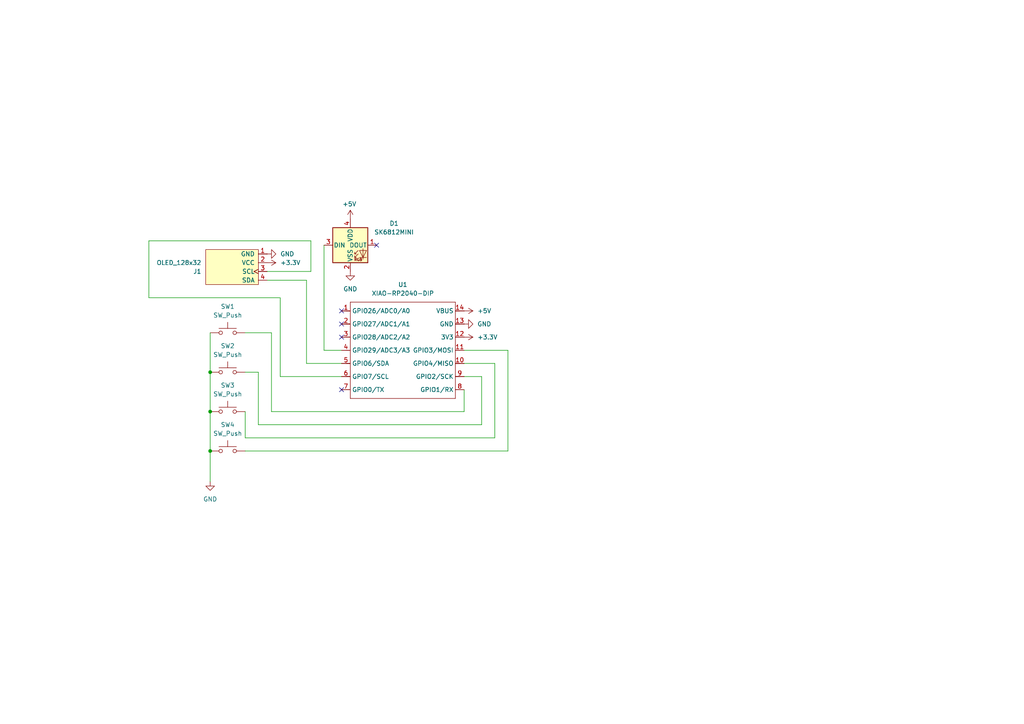
<source format=kicad_sch>
(kicad_sch (version 20231120) (generator "eeschema") (generator_version "8.0")
  (paper "A4")
  (lib_symbols
    (symbol "LED:SK6812MINI" (pin_names (offset 0.254))
      (property "Reference" "D" (at 5.08 5.715 0))
      (property "Value" "SK6812MINI" (at 1.27 -5.715 0))
      (symbol "SK6812MINI_0_0"
        (text "RGB" (at 2.286 -4.191 0) (effects (font (size 0.762 0.762))))
      )
      (symbol "SK6812MINI_0_1"
        (polyline (pts (xy 1.27 -3.556) (xy 1.778 -3.556)))
        (polyline (pts (xy 1.27 -2.54) (xy 1.778 -2.54)))
        (polyline (pts (xy 4.699 -3.556) (xy 2.667 -3.556)))
        (polyline (pts (xy 2.286 -2.54) (xy 1.27 -3.556) (xy 1.27 -3.048)))
        (polyline (pts (xy 2.286 -1.524) (xy 1.27 -2.54) (xy 1.27 -2.032)))
        (polyline (pts (xy 3.683 -1.016) (xy 3.683 -3.556) (xy 3.683 -4.064)))
        (polyline (pts (xy 4.699 -1.524) (xy 2.667 -1.524) (xy 3.683 -3.556) (xy 4.699 -1.524)))
        (rectangle (start 5.08 5.08) (end -5.08 -5.08) (stroke (width 0.254)) (fill (type background)))
      )
      (symbol "SK6812MINI_1_1"
        (pin output line (at 7.62 0 180) (length 2.54) (name "DOUT") (number "1"))
        (pin power_in line (at 0 -7.62 90) (length 2.54) (name "VSS") (number "2"))
        (pin input line (at -7.62 0 0) (length 2.54) (name "DIN") (number "3"))
        (pin power_in line (at 0 7.62 270) (length 2.54) (name "VDD") (number "4"))
      )
    )
    (symbol "OPL:XIAO-RP2040-DIP"
      (property "Reference" "U" (at 0 0 0))
      (property "Value" "XIAO-RP2040-DIP" (at 5.334 -1.778 0))
      (symbol "XIAO-RP2040-DIP_1_0"
        (polyline (pts (xy -1.27 -30.48) (xy -1.27 -16.51)) (stroke (width 0.1524)))
        (polyline (pts (xy -1.27 -27.94) (xy -2.54 -27.94)) (stroke (width 0.1524)))
        (polyline (pts (xy -1.27 -24.13) (xy -2.54 -24.13)) (stroke (width 0.1524)))
        (polyline (pts (xy -1.27 -20.32) (xy -2.54 -20.32)) (stroke (width 0.1524)))
        (polyline (pts (xy -1.27 -16.51) (xy -2.54 -16.51)) (stroke (width 0.1524)))
        (polyline (pts (xy -1.27 -16.51) (xy -1.27 -12.7)) (stroke (width 0.1524)))
        (polyline (pts (xy -1.27 -12.7) (xy -2.54 -12.7)) (stroke (width 0.1524)))
        (polyline (pts (xy -1.27 -12.7) (xy -1.27 -8.89)) (stroke (width 0.1524)))
        (polyline (pts (xy -1.27 -8.89) (xy -2.54 -8.89)) (stroke (width 0.1524)))
        (polyline (pts (xy -1.27 -8.89) (xy -1.27 -5.08)) (stroke (width 0.1524)))
        (polyline (pts (xy -1.27 -5.08) (xy -2.54 -5.08)) (stroke (width 0.1524)))
        (polyline (pts (xy -1.27 -5.08) (xy -1.27 -2.54)) (stroke (width 0.1524)))
        (polyline (pts (xy -1.27 -2.54) (xy 29.21 -2.54)) (stroke (width 0.1524)))
        (polyline (pts (xy 29.21 -30.48) (xy -1.27 -30.48)) (stroke (width 0.1524)))
        (polyline (pts (xy 29.21 -12.7) (xy 29.21 -30.48)) (stroke (width 0.1524)))
        (polyline (pts (xy 29.21 -8.89) (xy 29.21 -12.7)) (stroke (width 0.1524)))
        (polyline (pts (xy 29.21 -5.08) (xy 29.21 -8.89)) (stroke (width 0.1524)))
        (polyline (pts (xy 29.21 -2.54) (xy 29.21 -5.08)) (stroke (width 0.1524)))
        (polyline (pts (xy 30.48 -27.94) (xy 29.21 -27.94)) (stroke (width 0.1524)))
        (polyline (pts (xy 30.48 -24.13) (xy 29.21 -24.13)) (stroke (width 0.1524)))
        (polyline (pts (xy 30.48 -20.32) (xy 29.21 -20.32)) (stroke (width 0.1524)))
        (polyline (pts (xy 30.48 -16.51) (xy 29.21 -16.51)) (stroke (width 0.1524)))
        (polyline (pts (xy 30.48 -12.7) (xy 29.21 -12.7)) (stroke (width 0.1524)))
        (polyline (pts (xy 30.48 -8.89) (xy 29.21 -8.89)) (stroke (width 0.1524)))
        (polyline (pts (xy 30.48 -5.08) (xy 29.21 -5.08)) (stroke (width 0.1524)))
        (pin passive line (at -3.81 -5.08 0) (length 2.54) (name "GPIO26/ADC0/A0") (number "1"))
        (pin passive line (at 31.75 -20.32 180) (length 2.54) (name "GPIO4/MISO") (number "10"))
        (pin passive line (at 31.75 -16.51 180) (length 2.54) (name "GPIO3/MOSI") (number "11"))
        (pin passive line (at 31.75 -12.7 180) (length 2.54) (name "3V3") (number "12"))
        (pin passive line (at 31.75 -8.89 180) (length 2.54) (name "GND") (number "13"))
        (pin passive line (at 31.75 -5.08 180) (length 2.54) (name "VBUS") (number "14"))
        (pin passive line (at -3.81 -8.89 0) (length 2.54) (name "GPIO27/ADC1/A1") (number "2"))
        (pin passive line (at -3.81 -12.7 0) (length 2.54) (name "GPIO28/ADC2/A2") (number "3"))
        (pin passive line (at -3.81 -16.51 0) (length 2.54) (name "GPIO29/ADC3/A3") (number "4"))
        (pin passive line (at -3.81 -20.32 0) (length 2.54) (name "GPIO6/SDA") (number "5"))
        (pin passive line (at -3.81 -24.13 0) (length 2.54) (name "GPIO7/SCL") (number "6"))
        (pin passive line (at -3.81 -27.94 0) (length 2.54) (name "GPIO0/TX") (number "7"))
        (pin passive line (at 31.75 -27.94 180) (length 2.54) (name "GPIO1/RX") (number "8"))
        (pin passive line (at 31.75 -24.13 180) (length 2.54) (name "GPIO2/SCK") (number "9"))
      )
    )
    (symbol "Scotto:OLED_128x32" (pin_names (offset 1.016))
      (property "Reference" "J" (at 0 -6.35 0))
      (property "Value" "OLED_128x32" (at 0 6.35 0))
      (symbol "OLED_128x32_0_1"
        (rectangle (start 0 5.08) (end 15.24 -5.08) (fill (type background)))
      )
      (symbol "OLED_128x32_1_1"
        (pin power_in line (at -2.54 -3.81 0) (length 2.54) (name "GND") (number "1"))
        (pin power_in line (at -2.54 -1.27 0) (length 2.54) (name "VCC") (number "2"))
        (pin input clock (at -2.54 1.27 0) (length 2.54) (name "SCL") (number "3"))
        (pin bidirectional line (at -2.54 3.81 0) (length 2.54) (name "SDA") (number "4"))
      )
    )
    (symbol "Switch:SW_Push" (pin_numbers hide) (pin_names (offset 1.016) hide)
      (property "Reference" "SW" (at 1.27 2.54 0))
      (property "Value" "SW_Push" (at 0 -1.524 0))
      (symbol "SW_Push_0_1"
        (circle (center -2.032 0) (radius 0.508))
        (polyline (pts (xy 0 1.27) (xy 0 3.048)))
        (polyline (pts (xy 2.54 1.27) (xy -2.54 1.27)))
        (circle (center 2.032 0) (radius 0.508))
        (pin passive line (at -5.08 0 0) (length 2.54) (name "1") (number "1"))
        (pin passive line (at 5.08 0 180) (length 2.54) (name "2") (number "2"))
      )
    )
    (symbol "power:+3.3V" (power) (pin_numbers hide) (pin_names (offset 0) hide)
      (property "Value" "+3.3V" (at 0 3.556 0))
      (symbol "+3.3V_0_1"
        (polyline (pts (xy -0.762 1.27) (xy 0 2.54)))
        (polyline (pts (xy 0 0) (xy 0 2.54)))
        (polyline (pts (xy 0 2.54) (xy 0.762 1.27)))
      )
      (symbol "+3.3V_1_1"
        (pin power_in line (at 0 0 90) (length 0) (name "~") (number "1"))
      )
    )
    (symbol "power:+5V" (power) (pin_numbers hide) (pin_names (offset 0) hide)
      (property "Value" "+5V" (at 0 3.556 0))
      (symbol "+5V_0_1"
        (polyline (pts (xy -0.762 1.27) (xy 0 2.54)))
        (polyline (pts (xy 0 0) (xy 0 2.54)))
        (polyline (pts (xy 0 2.54) (xy 0.762 1.27)))
      )
      (symbol "+5V_1_1"
        (pin power_in line (at 0 0 90) (length 0) (name "~") (number "1"))
      )
    )
    (symbol "power:GND" (power) (pin_numbers hide) (pin_names (offset 0) hide)
      (property "Value" "GND" (at 0 -3.81 0))
      (symbol "GND_0_1"
        (polyline (pts (xy 0 0) (xy 0 -1.27) (xy 1.27 -1.27) (xy 0 -2.54) (xy -1.27 -1.27) (xy 0 -1.27)))
      )
      (symbol "GND_1_1"
        (pin power_in line (at 0 0 270) (length 0) (name "~") (number "1"))
      )
    )
  )
  (junction (at 60.96 107.95))
  (junction (at 60.96 119.38))
  (junction (at 60.96 130.81))
  (no_connect (at 99.06 93.98))
  (no_connect (at 99.06 90.17))
  (no_connect (at 99.06 113.03))
  (no_connect (at 109.22 71.12))
  (no_connect (at 99.06 97.79))
  (wire (pts (xy 71.12 127) (xy 143.51 127)))
  (wire (pts (xy 93.98 101.6) (xy 99.06 101.6)))
  (wire (pts (xy 139.7 123.19) (xy 139.7 109.22)))
  (wire (pts (xy 60.96 130.81) (xy 60.96 139.7)))
  (wire (pts (xy 43.18 86.36) (xy 81.28 86.36)))
  (wire (pts (xy 78.74 119.38) (xy 134.62 119.38)))
  (wire (pts (xy 71.12 107.95) (xy 74.93 107.95)))
  (wire (pts (xy 90.17 78.74) (xy 90.17 69.85)))
  (wire (pts (xy 71.12 119.38) (xy 71.12 127)))
  (wire (pts (xy 78.74 96.52) (xy 78.74 119.38)))
  (wire (pts (xy 88.9 105.41) (xy 99.06 105.41)))
  (wire (pts (xy 60.96 96.52) (xy 60.96 107.95)))
  (wire (pts (xy 74.93 123.19) (xy 139.7 123.19)))
  (wire (pts (xy 74.93 107.95) (xy 74.93 123.19)))
  (wire (pts (xy 81.28 86.36) (xy 81.28 109.22)))
  (wire (pts (xy 60.96 107.95) (xy 60.96 119.38)))
  (wire (pts (xy 139.7 109.22) (xy 134.62 109.22)))
  (wire (pts (xy 77.47 81.28) (xy 88.9 81.28)))
  (wire (pts (xy 93.98 71.12) (xy 93.98 101.6)))
  (wire (pts (xy 90.17 69.85) (xy 43.18 69.85)))
  (wire (pts (xy 71.12 96.52) (xy 78.74 96.52)))
  (wire (pts (xy 143.51 105.41) (xy 134.62 105.41)))
  (wire (pts (xy 60.96 119.38) (xy 60.96 130.81)))
  (wire (pts (xy 134.62 119.38) (xy 134.62 113.03)))
  (wire (pts (xy 143.51 127) (xy 143.51 105.41)))
  (wire (pts (xy 43.18 69.85) (xy 43.18 86.36)))
  (wire (pts (xy 147.32 101.6) (xy 134.62 101.6)))
  (wire (pts (xy 71.12 130.81) (xy 147.32 130.81)))
  (wire (pts (xy 77.47 78.74) (xy 90.17 78.74)))
  (wire (pts (xy 81.28 109.22) (xy 99.06 109.22)))
  (wire (pts (xy 88.9 81.28) (xy 88.9 105.41)))
  (wire (pts (xy 147.32 130.81) (xy 147.32 101.6)))
  (symbol (lib_id "OPL:XIAO-RP2040-DIP") (at 102.87 85.09 0) (unit 1)
    (property "Reference" "U1" (at 116.84 82.55 0))
    (property "Value" "XIAO-RP2040-DIP" (at 116.84 85.09 0))
    (property "Footprint" "OPL:XIAO-RP2040-DIP" (effects (hide yes)))
  )
  (symbol (lib_id "Scotto:OLED_128x32") (at 74.93 77.47 180) (unit 1)
    (property "Reference" "J1" (at 58.42 78.7401 0) (effects (justify left)))
    (property "Value" "OLED_128x32" (at 58.42 76.2001 0) (effects (justify left)))
    (property "Footprint" "OPL:SSD1306-0.91-OLED-4pin-128x32" (effects (hide yes)))
  )
  (symbol (lib_id "power:+5V") (at 134.62 90.17 270) (unit 1)
    (property "Reference" "#PWR01" (effects (hide yes)))
    (property "Value" "+5V" (at 138.43 90.1699 90) (effects (justify left)))
    (property "Description" "Power symbol creates a global label with name \"+5V\"" (effects (hide yes)))
  )
  (symbol (lib_id "Switch:SW_Push") (at 66.04 96.52 0) (unit 1)
    (property "Reference" "SW1" (at 66.04 88.9 0))
    (property "Value" "SW_Push" (at 66.04 91.44 0))
    (property "Footprint" "Button_Switch_Keyboard:SW_Cherry_MX_1.00u_PCB" (effects (hide yes)))
    (property "Description" "Push button switch, generic, two pins" (effects (hide yes)))
  )
  (symbol (lib_id "power:GND") (at 77.47 73.66 90) (unit 1)
    (property "Reference" "#PWR02" (effects (hide yes)))
    (property "Value" "GND" (at 81.28 73.6601 90) (effects (justify right)))
    (property "Description" "Power symbol creates a global label with name \"GND\" , ground" (effects (hide yes)))
  )
  (symbol (lib_id "Switch:SW_Push") (at 66.04 119.38 0) (unit 1)
    (property "Reference" "SW3" (at 66.04 111.76 0))
    (property "Value" "SW_Push" (at 66.04 114.3 0))
    (property "Footprint" "Button_Switch_Keyboard:SW_Cherry_MX_1.00u_PCB" (effects (hide yes)))
    (property "Description" "Push button switch, generic, two pins" (effects (hide yes)))
  )
  (symbol (lib_id "Switch:SW_Push") (at 66.04 107.95 0) (unit 1)
    (property "Reference" "SW2" (at 66.04 100.33 0))
    (property "Value" "SW_Push" (at 66.04 102.87 0))
    (property "Footprint" "Button_Switch_Keyboard:SW_Cherry_MX_1.00u_PCB" (effects (hide yes)))
    (property "Description" "Push button switch, generic, two pins" (effects (hide yes)))
  )
  (symbol (lib_id "power:+5V") (at 101.6 63.5 0) (unit 1)
    (property "Reference" "#PWR06" (effects (hide yes)))
    (property "Value" "+5V" (at 101.346 59.182 0))
    (property "Description" "Power symbol creates a global label with name \"+5V\"" (effects (hide yes)))
  )
  (symbol (lib_id "power:GND") (at 60.96 139.7 0) (unit 1)
    (property "Reference" "#PWR04" (effects (hide yes)))
    (property "Value" "GND" (at 60.96 144.78 0))
    (property "Description" "Power symbol creates a global label with name \"GND\" , ground" (effects (hide yes)))
  )
  (symbol (lib_id "power:GND") (at 134.62 93.98 90) (unit 1)
    (property "Reference" "#PWR03" (effects (hide yes)))
    (property "Value" "GND" (at 138.43 93.9799 90) (effects (justify right)))
    (property "Description" "Power symbol creates a global label with name \"GND\" , ground" (effects (hide yes)))
  )
  (symbol (lib_id "power:+3.3V") (at 77.47 76.2 270) (unit 1)
    (property "Reference" "#PWR08" (effects (hide yes)))
    (property "Value" "+3.3V" (at 81.28 76.2001 90) (effects (justify left)))
    (property "Description" "Power symbol creates a global label with name \"+3.3V\"" (effects (hide yes)))
  )
  (symbol (lib_id "LED:SK6812MINI") (at 101.6 71.12 0) (unit 1)
    (property "Reference" "D1" (at 114.3 64.8014 0))
    (property "Value" "SK6812MINI" (at 114.3 67.3414 0))
    (property "Footprint" "LED_SMD:LED_SK6812MINI_PLCC4_3.5x3.5mm_P1.75mm" (effects (hide yes)))
    (property "Datasheet" "https://cdn-shop.adafruit.com/product-files/2686/SK6812MINI_REV.01-1-2.pdf" (effects (hide yes)))
    (property "Description" "RGB LED with integrated controller" (effects (hide yes)))
  )
  (symbol (lib_id "power:+3.3V") (at 134.62 97.79 270) (unit 1)
    (property "Reference" "#PWR07" (effects (hide yes)))
    (property "Value" "+3.3V" (at 138.43 97.7899 90) (effects (justify left)))
    (property "Description" "Power symbol creates a global label with name \"+3.3V\"" (effects (hide yes)))
  )
  (symbol (lib_id "Switch:SW_Push") (at 66.04 130.81 0) (unit 1)
    (property "Reference" "SW4" (at 66.04 123.19 0))
    (property "Value" "SW_Push" (at 66.04 125.73 0))
    (property "Footprint" "Button_Switch_Keyboard:SW_Cherry_MX_1.00u_PCB" (effects (hide yes)))
    (property "Description" "Push button switch, generic, two pins" (effects (hide yes)))
  )
  (symbol (lib_id "power:GND") (at 101.6 78.74 0) (unit 1)
    (property "Reference" "#PWR05" (effects (hide yes)))
    (property "Value" "GND" (at 101.6 83.82 0))
    (property "Description" "Power symbol creates a global label with name \"GND\" , ground" (effects (hide yes)))
  )
)
</source>
